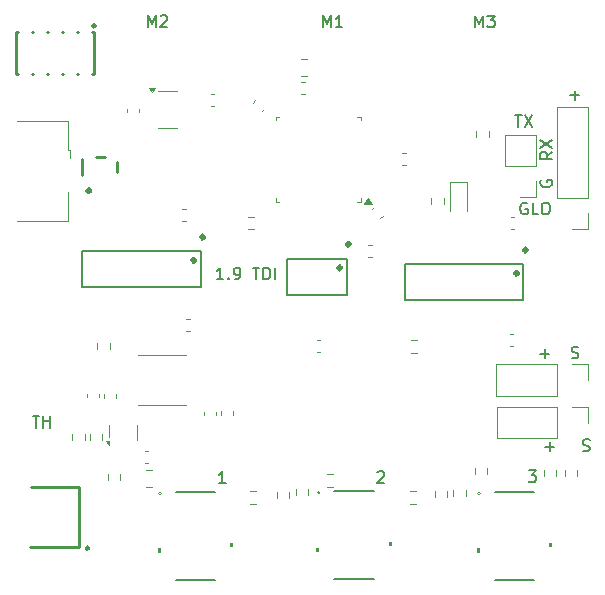
<source format=gbr>
%TF.GenerationSoftware,KiCad,Pcbnew,9.0.5-9.0.5~ubuntu24.04.1*%
%TF.CreationDate,2025-11-10T21:38:20+02:00*%
%TF.ProjectId,picr_1_9tdi,70696372-5f31-45f3-9974-64692e6b6963,1*%
%TF.SameCoordinates,Original*%
%TF.FileFunction,Legend,Top*%
%TF.FilePolarity,Positive*%
%FSLAX46Y46*%
G04 Gerber Fmt 4.6, Leading zero omitted, Abs format (unit mm)*
G04 Created by KiCad (PCBNEW 9.0.5-9.0.5~ubuntu24.04.1) date 2025-11-10 21:38:20*
%MOMM*%
%LPD*%
G01*
G04 APERTURE LIST*
%ADD10C,0.170000*%
%ADD11C,0.160000*%
%ADD12C,0.120000*%
%ADD13C,0.152500*%
%ADD14C,0.300000*%
%ADD15C,0.152400*%
%ADD16C,0.100000*%
%ADD17C,0.000000*%
%ADD18C,0.254000*%
G04 APERTURE END LIST*
D10*
X112899937Y-96487826D02*
X113661842Y-96487826D01*
X113280889Y-96868779D02*
X113280889Y-96106874D01*
X69907080Y-101718779D02*
X70478508Y-101718779D01*
X70192794Y-102718779D02*
X70192794Y-101718779D01*
X70811842Y-102718779D02*
X70811842Y-101718779D01*
X70811842Y-102194969D02*
X71383270Y-102194969D01*
X71383270Y-102718779D02*
X71383270Y-101718779D01*
X110757080Y-76268779D02*
X111328508Y-76268779D01*
X111042794Y-77268779D02*
X111042794Y-76268779D01*
X111566604Y-76268779D02*
X112233270Y-77268779D01*
X112233270Y-76268779D02*
X111566604Y-77268779D01*
X112941398Y-81801253D02*
X112893779Y-81896491D01*
X112893779Y-81896491D02*
X112893779Y-82039348D01*
X112893779Y-82039348D02*
X112941398Y-82182205D01*
X112941398Y-82182205D02*
X113036636Y-82277443D01*
X113036636Y-82277443D02*
X113131874Y-82325062D01*
X113131874Y-82325062D02*
X113322350Y-82372681D01*
X113322350Y-82372681D02*
X113465207Y-82372681D01*
X113465207Y-82372681D02*
X113655683Y-82325062D01*
X113655683Y-82325062D02*
X113750921Y-82277443D01*
X113750921Y-82277443D02*
X113846160Y-82182205D01*
X113846160Y-82182205D02*
X113893779Y-82039348D01*
X113893779Y-82039348D02*
X113893779Y-81944110D01*
X113893779Y-81944110D02*
X113846160Y-81801253D01*
X113846160Y-81801253D02*
X113798540Y-81753634D01*
X113798540Y-81753634D02*
X113465207Y-81753634D01*
X113465207Y-81753634D02*
X113465207Y-81944110D01*
D11*
X86067167Y-90169299D02*
X85495739Y-90169299D01*
X85781453Y-90169299D02*
X85781453Y-89169299D01*
X85781453Y-89169299D02*
X85686215Y-89312156D01*
X85686215Y-89312156D02*
X85590977Y-89407394D01*
X85590977Y-89407394D02*
X85495739Y-89455013D01*
X86495739Y-90074060D02*
X86543358Y-90121680D01*
X86543358Y-90121680D02*
X86495739Y-90169299D01*
X86495739Y-90169299D02*
X86448120Y-90121680D01*
X86448120Y-90121680D02*
X86495739Y-90074060D01*
X86495739Y-90074060D02*
X86495739Y-90169299D01*
X87019548Y-90169299D02*
X87210024Y-90169299D01*
X87210024Y-90169299D02*
X87305262Y-90121680D01*
X87305262Y-90121680D02*
X87352881Y-90074060D01*
X87352881Y-90074060D02*
X87448119Y-89931203D01*
X87448119Y-89931203D02*
X87495738Y-89740727D01*
X87495738Y-89740727D02*
X87495738Y-89359775D01*
X87495738Y-89359775D02*
X87448119Y-89264537D01*
X87448119Y-89264537D02*
X87400500Y-89216918D01*
X87400500Y-89216918D02*
X87305262Y-89169299D01*
X87305262Y-89169299D02*
X87114786Y-89169299D01*
X87114786Y-89169299D02*
X87019548Y-89216918D01*
X87019548Y-89216918D02*
X86971929Y-89264537D01*
X86971929Y-89264537D02*
X86924310Y-89359775D01*
X86924310Y-89359775D02*
X86924310Y-89597870D01*
X86924310Y-89597870D02*
X86971929Y-89693108D01*
X86971929Y-89693108D02*
X87019548Y-89740727D01*
X87019548Y-89740727D02*
X87114786Y-89788346D01*
X87114786Y-89788346D02*
X87305262Y-89788346D01*
X87305262Y-89788346D02*
X87400500Y-89740727D01*
X87400500Y-89740727D02*
X87448119Y-89693108D01*
X87448119Y-89693108D02*
X87495738Y-89597870D01*
X88543358Y-89169299D02*
X89114786Y-89169299D01*
X88829072Y-90169299D02*
X88829072Y-89169299D01*
X89448120Y-90169299D02*
X89448120Y-89169299D01*
X89448120Y-89169299D02*
X89686215Y-89169299D01*
X89686215Y-89169299D02*
X89829072Y-89216918D01*
X89829072Y-89216918D02*
X89924310Y-89312156D01*
X89924310Y-89312156D02*
X89971929Y-89407394D01*
X89971929Y-89407394D02*
X90019548Y-89597870D01*
X90019548Y-89597870D02*
X90019548Y-89740727D01*
X90019548Y-89740727D02*
X89971929Y-89931203D01*
X89971929Y-89931203D02*
X89924310Y-90026441D01*
X89924310Y-90026441D02*
X89829072Y-90121680D01*
X89829072Y-90121680D02*
X89686215Y-90169299D01*
X89686215Y-90169299D02*
X89448120Y-90169299D01*
X90448120Y-90169299D02*
X90448120Y-89169299D01*
D10*
X111904699Y-106343779D02*
X112523746Y-106343779D01*
X112523746Y-106343779D02*
X112190413Y-106724731D01*
X112190413Y-106724731D02*
X112333270Y-106724731D01*
X112333270Y-106724731D02*
X112428508Y-106772350D01*
X112428508Y-106772350D02*
X112476127Y-106819969D01*
X112476127Y-106819969D02*
X112523746Y-106915207D01*
X112523746Y-106915207D02*
X112523746Y-107153302D01*
X112523746Y-107153302D02*
X112476127Y-107248540D01*
X112476127Y-107248540D02*
X112428508Y-107296160D01*
X112428508Y-107296160D02*
X112333270Y-107343779D01*
X112333270Y-107343779D02*
X112047556Y-107343779D01*
X112047556Y-107343779D02*
X111952318Y-107296160D01*
X111952318Y-107296160D02*
X111904699Y-107248540D01*
X107374937Y-68833835D02*
X107374937Y-67833835D01*
X107374937Y-67833835D02*
X107708270Y-68548120D01*
X107708270Y-68548120D02*
X108041603Y-67833835D01*
X108041603Y-67833835D02*
X108041603Y-68833835D01*
X108422556Y-67833835D02*
X109041603Y-67833835D01*
X109041603Y-67833835D02*
X108708270Y-68214787D01*
X108708270Y-68214787D02*
X108851127Y-68214787D01*
X108851127Y-68214787D02*
X108946365Y-68262406D01*
X108946365Y-68262406D02*
X108993984Y-68310025D01*
X108993984Y-68310025D02*
X109041603Y-68405263D01*
X109041603Y-68405263D02*
X109041603Y-68643358D01*
X109041603Y-68643358D02*
X108993984Y-68738596D01*
X108993984Y-68738596D02*
X108946365Y-68786216D01*
X108946365Y-68786216D02*
X108851127Y-68833835D01*
X108851127Y-68833835D02*
X108565413Y-68833835D01*
X108565413Y-68833835D02*
X108470175Y-68786216D01*
X108470175Y-68786216D02*
X108422556Y-68738596D01*
X116492318Y-104681160D02*
X116635175Y-104728779D01*
X116635175Y-104728779D02*
X116873270Y-104728779D01*
X116873270Y-104728779D02*
X116968508Y-104681160D01*
X116968508Y-104681160D02*
X117016127Y-104633540D01*
X117016127Y-104633540D02*
X117063746Y-104538302D01*
X117063746Y-104538302D02*
X117063746Y-104443064D01*
X117063746Y-104443064D02*
X117016127Y-104347826D01*
X117016127Y-104347826D02*
X116968508Y-104300207D01*
X116968508Y-104300207D02*
X116873270Y-104252588D01*
X116873270Y-104252588D02*
X116682794Y-104204969D01*
X116682794Y-104204969D02*
X116587556Y-104157350D01*
X116587556Y-104157350D02*
X116539937Y-104109731D01*
X116539937Y-104109731D02*
X116492318Y-104014493D01*
X116492318Y-104014493D02*
X116492318Y-103919255D01*
X116492318Y-103919255D02*
X116539937Y-103824017D01*
X116539937Y-103824017D02*
X116587556Y-103776398D01*
X116587556Y-103776398D02*
X116682794Y-103728779D01*
X116682794Y-103728779D02*
X116920889Y-103728779D01*
X116920889Y-103728779D02*
X117063746Y-103776398D01*
X113324937Y-104362826D02*
X114086842Y-104362826D01*
X113705889Y-104743779D02*
X113705889Y-103981874D01*
X99107818Y-106514017D02*
X99155437Y-106466398D01*
X99155437Y-106466398D02*
X99250675Y-106418779D01*
X99250675Y-106418779D02*
X99488770Y-106418779D01*
X99488770Y-106418779D02*
X99584008Y-106466398D01*
X99584008Y-106466398D02*
X99631627Y-106514017D01*
X99631627Y-106514017D02*
X99679246Y-106609255D01*
X99679246Y-106609255D02*
X99679246Y-106704493D01*
X99679246Y-106704493D02*
X99631627Y-106847350D01*
X99631627Y-106847350D02*
X99060199Y-107418779D01*
X99060199Y-107418779D02*
X99679246Y-107418779D01*
X94474937Y-68818779D02*
X94474937Y-67818779D01*
X94474937Y-67818779D02*
X94808270Y-68533064D01*
X94808270Y-68533064D02*
X95141603Y-67818779D01*
X95141603Y-67818779D02*
X95141603Y-68818779D01*
X96141603Y-68818779D02*
X95570175Y-68818779D01*
X95855889Y-68818779D02*
X95855889Y-67818779D01*
X95855889Y-67818779D02*
X95760651Y-67961636D01*
X95760651Y-67961636D02*
X95665413Y-68056874D01*
X95665413Y-68056874D02*
X95570175Y-68104493D01*
X115449937Y-74587826D02*
X116211842Y-74587826D01*
X115830889Y-74968779D02*
X115830889Y-74206874D01*
X115552318Y-96821160D02*
X115695175Y-96868779D01*
X115695175Y-96868779D02*
X115933270Y-96868779D01*
X115933270Y-96868779D02*
X116028508Y-96821160D01*
X116028508Y-96821160D02*
X116076127Y-96773540D01*
X116076127Y-96773540D02*
X116123746Y-96678302D01*
X116123746Y-96678302D02*
X116123746Y-96583064D01*
X116123746Y-96583064D02*
X116076127Y-96487826D01*
X116076127Y-96487826D02*
X116028508Y-96440207D01*
X116028508Y-96440207D02*
X115933270Y-96392588D01*
X115933270Y-96392588D02*
X115742794Y-96344969D01*
X115742794Y-96344969D02*
X115647556Y-96297350D01*
X115647556Y-96297350D02*
X115599937Y-96249731D01*
X115599937Y-96249731D02*
X115552318Y-96154493D01*
X115552318Y-96154493D02*
X115552318Y-96059255D01*
X115552318Y-96059255D02*
X115599937Y-95964017D01*
X115599937Y-95964017D02*
X115647556Y-95916398D01*
X115647556Y-95916398D02*
X115742794Y-95868779D01*
X115742794Y-95868779D02*
X115980889Y-95868779D01*
X115980889Y-95868779D02*
X116123746Y-95916398D01*
X111773746Y-83716398D02*
X111678508Y-83668779D01*
X111678508Y-83668779D02*
X111535651Y-83668779D01*
X111535651Y-83668779D02*
X111392794Y-83716398D01*
X111392794Y-83716398D02*
X111297556Y-83811636D01*
X111297556Y-83811636D02*
X111249937Y-83906874D01*
X111249937Y-83906874D02*
X111202318Y-84097350D01*
X111202318Y-84097350D02*
X111202318Y-84240207D01*
X111202318Y-84240207D02*
X111249937Y-84430683D01*
X111249937Y-84430683D02*
X111297556Y-84525921D01*
X111297556Y-84525921D02*
X111392794Y-84621160D01*
X111392794Y-84621160D02*
X111535651Y-84668779D01*
X111535651Y-84668779D02*
X111630889Y-84668779D01*
X111630889Y-84668779D02*
X111773746Y-84621160D01*
X111773746Y-84621160D02*
X111821365Y-84573540D01*
X111821365Y-84573540D02*
X111821365Y-84240207D01*
X111821365Y-84240207D02*
X111630889Y-84240207D01*
X112726127Y-84668779D02*
X112249937Y-84668779D01*
X112249937Y-84668779D02*
X112249937Y-83668779D01*
X113249937Y-83668779D02*
X113440413Y-83668779D01*
X113440413Y-83668779D02*
X113535651Y-83716398D01*
X113535651Y-83716398D02*
X113630889Y-83811636D01*
X113630889Y-83811636D02*
X113678508Y-84002112D01*
X113678508Y-84002112D02*
X113678508Y-84335445D01*
X113678508Y-84335445D02*
X113630889Y-84525921D01*
X113630889Y-84525921D02*
X113535651Y-84621160D01*
X113535651Y-84621160D02*
X113440413Y-84668779D01*
X113440413Y-84668779D02*
X113249937Y-84668779D01*
X113249937Y-84668779D02*
X113154699Y-84621160D01*
X113154699Y-84621160D02*
X113059461Y-84525921D01*
X113059461Y-84525921D02*
X113011842Y-84335445D01*
X113011842Y-84335445D02*
X113011842Y-84002112D01*
X113011842Y-84002112D02*
X113059461Y-83811636D01*
X113059461Y-83811636D02*
X113154699Y-83716398D01*
X113154699Y-83716398D02*
X113249937Y-83668779D01*
X113898779Y-79368634D02*
X113422588Y-79701967D01*
X113898779Y-79940062D02*
X112898779Y-79940062D01*
X112898779Y-79940062D02*
X112898779Y-79559110D01*
X112898779Y-79559110D02*
X112946398Y-79463872D01*
X112946398Y-79463872D02*
X112994017Y-79416253D01*
X112994017Y-79416253D02*
X113089255Y-79368634D01*
X113089255Y-79368634D02*
X113232112Y-79368634D01*
X113232112Y-79368634D02*
X113327350Y-79416253D01*
X113327350Y-79416253D02*
X113374969Y-79463872D01*
X113374969Y-79463872D02*
X113422588Y-79559110D01*
X113422588Y-79559110D02*
X113422588Y-79940062D01*
X112898779Y-79035300D02*
X113898779Y-78368634D01*
X112898779Y-78368634D02*
X113898779Y-79035300D01*
X86250146Y-107418779D02*
X85678718Y-107418779D01*
X85964432Y-107418779D02*
X85964432Y-106418779D01*
X85964432Y-106418779D02*
X85869194Y-106561636D01*
X85869194Y-106561636D02*
X85773956Y-106656874D01*
X85773956Y-106656874D02*
X85678718Y-106704493D01*
X79649937Y-68818779D02*
X79649937Y-67818779D01*
X79649937Y-67818779D02*
X79983270Y-68533064D01*
X79983270Y-68533064D02*
X80316603Y-67818779D01*
X80316603Y-67818779D02*
X80316603Y-68818779D01*
X80745175Y-67914017D02*
X80792794Y-67866398D01*
X80792794Y-67866398D02*
X80888032Y-67818779D01*
X80888032Y-67818779D02*
X81126127Y-67818779D01*
X81126127Y-67818779D02*
X81221365Y-67866398D01*
X81221365Y-67866398D02*
X81268984Y-67914017D01*
X81268984Y-67914017D02*
X81316603Y-68009255D01*
X81316603Y-68009255D02*
X81316603Y-68104493D01*
X81316603Y-68104493D02*
X81268984Y-68247350D01*
X81268984Y-68247350D02*
X80697556Y-68818779D01*
X80697556Y-68818779D02*
X81316603Y-68818779D01*
D12*
%TO.C,R1*%
X88842224Y-108127500D02*
X88332776Y-108127500D01*
X88842224Y-109172500D02*
X88332776Y-109172500D01*
D13*
%TO.C,U13*%
X101419000Y-88914000D02*
X111471000Y-88914000D01*
X101419000Y-91957000D02*
X101419000Y-88914000D01*
X111471000Y-88914000D02*
X111471000Y-91957000D01*
X111471000Y-91957000D02*
X101419000Y-91957000D01*
D14*
X111040000Y-89666500D02*
G75*
G02*
X110740000Y-89666500I-150000J0D01*
G01*
X110740000Y-89666500D02*
G75*
G02*
X111040000Y-89666500I150000J0D01*
G01*
X111793000Y-87700000D02*
G75*
G02*
X111493000Y-87700000I-150000J0D01*
G01*
X111493000Y-87700000D02*
G75*
G02*
X111793000Y-87700000I150000J0D01*
G01*
D12*
%TO.C,R14*%
X113177500Y-106282776D02*
X113177500Y-106792224D01*
X114222500Y-106282776D02*
X114222500Y-106792224D01*
%TO.C,C22*%
X98832922Y-84045829D02*
X98626069Y-84252682D01*
X99554171Y-84767078D02*
X99347318Y-84973931D01*
D15*
%TO.C,U1*%
X82023600Y-115621100D02*
X85376400Y-115621100D01*
X85376400Y-108178900D02*
X82023600Y-108178900D01*
D16*
X80800000Y-108300000D02*
G75*
G02*
X80600000Y-108300000I-100000J0D01*
G01*
X80600000Y-108300000D02*
G75*
G02*
X80800000Y-108300000I100000J0D01*
G01*
D17*
G36*
X80766300Y-113340815D02*
G01*
X80512300Y-113340815D01*
X80512300Y-112959815D01*
X80766300Y-112959815D01*
X80766300Y-113340815D01*
G37*
G36*
X86887700Y-112840689D02*
G01*
X86633700Y-112840689D01*
X86633700Y-112459689D01*
X86887700Y-112459689D01*
X86887700Y-112840689D01*
G37*
D12*
%TO.C,C35*%
X110608767Y-94790000D02*
X110316233Y-94790000D01*
X110608767Y-95810000D02*
X110316233Y-95810000D01*
%TO.C,R19*%
X75377500Y-96042224D02*
X75377500Y-95532776D01*
X76422500Y-96042224D02*
X76422500Y-95532776D01*
%TO.C,R9*%
X102367224Y-108127500D02*
X101857776Y-108127500D01*
X102367224Y-109172500D02*
X101857776Y-109172500D01*
D18*
%TO.C,Q1*%
X69795000Y-107738000D02*
X73825000Y-107738000D01*
X73825000Y-107738000D02*
X73825000Y-112798000D01*
X73825000Y-112798000D02*
X69705000Y-112798000D01*
X74686000Y-112935000D02*
G75*
G02*
X74432000Y-112935000I-127000J0D01*
G01*
X74432000Y-112935000D02*
G75*
G02*
X74686000Y-112935000I127000J0D01*
G01*
D12*
%TO.C,U3*%
X76390000Y-102490000D02*
X76390000Y-103540000D01*
X78710000Y-102490000D02*
X78710000Y-103790000D01*
X76390000Y-104180000D02*
X76110000Y-103900000D01*
X76390000Y-103900000D01*
X76390000Y-104180000D01*
G36*
X76390000Y-104180000D02*
G01*
X76110000Y-103900000D01*
X76390000Y-103900000D01*
X76390000Y-104180000D01*
G37*
%TO.C,C36*%
X98316233Y-87290000D02*
X98608767Y-87290000D01*
X98316233Y-88310000D02*
X98608767Y-88310000D01*
%TO.C,R10*%
X94845276Y-106677500D02*
X95354724Y-106677500D01*
X94845276Y-107722500D02*
X95354724Y-107722500D01*
%TO.C,C33*%
X82883767Y-84190000D02*
X82591233Y-84190000D01*
X82883767Y-85210000D02*
X82591233Y-85210000D01*
D15*
%TO.C,U6*%
X109023600Y-115621100D02*
X112376400Y-115621100D01*
X112376400Y-108178900D02*
X109023600Y-108178900D01*
D16*
X107800000Y-108300000D02*
G75*
G02*
X107600000Y-108300000I-100000J0D01*
G01*
X107600000Y-108300000D02*
G75*
G02*
X107800000Y-108300000I100000J0D01*
G01*
D17*
G36*
X107766300Y-113340815D02*
G01*
X107512300Y-113340815D01*
X107512300Y-112959815D01*
X107766300Y-112959815D01*
X107766300Y-113340815D01*
G37*
G36*
X113887700Y-112840689D02*
G01*
X113633700Y-112840689D01*
X113633700Y-112459689D01*
X113887700Y-112459689D01*
X113887700Y-112840689D01*
G37*
D12*
%TO.C,C16*%
X77890000Y-75741233D02*
X77890000Y-76033767D01*
X78910000Y-75741233D02*
X78910000Y-76033767D01*
%TO.C,L1*%
X82900000Y-96600000D02*
X78800000Y-96600000D01*
X82900000Y-100800000D02*
X78800000Y-100800000D01*
%TO.C,C24*%
X88570829Y-75207922D02*
X88777682Y-75001069D01*
X89292078Y-75929171D02*
X89498931Y-75722318D01*
%TO.C,R16*%
X107377500Y-106692224D02*
X107377500Y-106182776D01*
X108422500Y-106692224D02*
X108422500Y-106182776D01*
%TO.C,R15*%
X88132776Y-84902500D02*
X88642224Y-84902500D01*
X88132776Y-85947500D02*
X88642224Y-85947500D01*
%TO.C,C37*%
X94278766Y-95340000D02*
X93986232Y-95340000D01*
X94278766Y-96360000D02*
X93986232Y-96360000D01*
%TO.C,R4*%
X76277500Y-106632776D02*
X76277500Y-107142224D01*
X77322500Y-106632776D02*
X77322500Y-107142224D01*
%TO.C,R11*%
X92177500Y-108442224D02*
X92177500Y-107932776D01*
X93222500Y-108442224D02*
X93222500Y-107932776D01*
D15*
%TO.C,U4*%
X95452700Y-115570281D02*
X98805500Y-115570281D01*
X98805500Y-108128081D02*
X95452700Y-108128081D01*
D16*
X94229100Y-108249181D02*
G75*
G02*
X94029100Y-108249181I-100000J0D01*
G01*
X94029100Y-108249181D02*
G75*
G02*
X94229100Y-108249181I100000J0D01*
G01*
D17*
G36*
X94195400Y-113289996D02*
G01*
X93941400Y-113289996D01*
X93941400Y-112908996D01*
X94195400Y-112908996D01*
X94195400Y-113289996D01*
G37*
G36*
X100316800Y-112789870D02*
G01*
X100062800Y-112789870D01*
X100062800Y-112408870D01*
X100316800Y-112408870D01*
X100316800Y-112789870D01*
G37*
D12*
%TO.C,J4*%
X109190000Y-100970000D02*
X109190000Y-103630000D01*
X114330000Y-100970000D02*
X109190000Y-100970000D01*
X114330000Y-100970000D02*
X114330000Y-103630000D01*
X114330000Y-103630000D02*
X109190000Y-103630000D01*
X115600000Y-100970000D02*
X116930000Y-100970000D01*
X116930000Y-100970000D02*
X116930000Y-102300000D01*
%TO.C,R8*%
X73277500Y-103245276D02*
X73277500Y-103754724D01*
X74322500Y-103245276D02*
X74322500Y-103754724D01*
%TO.C,C21*%
X92626247Y-71490000D02*
X93148753Y-71490000D01*
X92626247Y-72960000D02*
X93148753Y-72960000D01*
%TO.C,U7*%
X90490000Y-76390000D02*
X90490000Y-76690000D01*
X90490000Y-83610000D02*
X90490000Y-83310000D01*
X90790000Y-76390000D02*
X90490000Y-76390000D01*
X90790000Y-83610000D02*
X90490000Y-83610000D01*
X97410000Y-76390000D02*
X97710000Y-76390000D01*
X97410000Y-83610000D02*
X97710000Y-83610000D01*
X97710000Y-76390000D02*
X97710000Y-76690000D01*
X97710000Y-83610000D02*
X97710000Y-83310000D01*
X98652500Y-83780000D02*
X97972500Y-83780000D01*
X98312500Y-83310000D01*
X98652500Y-83780000D01*
G36*
X98652500Y-83780000D02*
G01*
X97972500Y-83780000D01*
X98312500Y-83310000D01*
X98652500Y-83780000D01*
G37*
%TO.C,J1*%
X72910000Y-76740000D02*
X68550000Y-76740000D01*
X72910000Y-76740000D02*
X72910000Y-79240000D01*
X72910000Y-79240000D02*
X73110000Y-79240000D01*
X72910000Y-82760000D02*
X72910000Y-85260000D01*
X72910000Y-85260000D02*
X68550000Y-85260000D01*
X73110000Y-79900000D02*
X73110000Y-79240000D01*
%TO.C,C34*%
X83208767Y-93490000D02*
X82916233Y-93490000D01*
X83208767Y-94510000D02*
X82916233Y-94510000D01*
D18*
%TO.C,U8*%
X68498000Y-69222000D02*
X68649000Y-69222000D01*
X68498000Y-72778000D02*
X68498000Y-69222000D01*
X68649000Y-72778000D02*
X68498000Y-72778000D01*
X69871000Y-69222000D02*
X69919000Y-69222000D01*
X69919000Y-72778000D02*
X69871000Y-72778000D01*
X71141000Y-69222000D02*
X71189000Y-69222000D01*
X71189000Y-72778000D02*
X71141000Y-72778000D01*
X72411000Y-69222000D02*
X72459000Y-69222000D01*
X72459000Y-72778000D02*
X72411000Y-72778000D01*
X73681000Y-69222000D02*
X73729000Y-69222000D01*
X73729000Y-72778000D02*
X73681000Y-72778000D01*
X74951000Y-69222000D02*
X75102000Y-69222000D01*
X75102000Y-69222000D02*
X75102000Y-72778000D01*
X75102000Y-72778000D02*
X74951000Y-72778000D01*
X75229000Y-68714000D02*
G75*
G02*
X74975000Y-68714000I-127000J0D01*
G01*
X74975000Y-68714000D02*
G75*
G02*
X75229000Y-68714000I127000J0D01*
G01*
D12*
%TO.C,U5*%
X81337500Y-74240000D02*
X80537500Y-74240000D01*
X81337500Y-74240000D02*
X82137500Y-74240000D01*
X81337500Y-77360000D02*
X80537500Y-77360000D01*
X81337500Y-77360000D02*
X82137500Y-77360000D01*
X80037500Y-74290000D02*
X79797500Y-73960000D01*
X80277500Y-73960000D01*
X80037500Y-74290000D01*
G36*
X80037500Y-74290000D02*
G01*
X79797500Y-73960000D01*
X80277500Y-73960000D01*
X80037500Y-74290000D01*
G37*
%TO.C,C25*%
X101216233Y-79490000D02*
X101508767Y-79490000D01*
X101216233Y-80510000D02*
X101508767Y-80510000D01*
%TO.C,R12*%
X103677500Y-83282776D02*
X103677500Y-83792224D01*
X104722500Y-83282776D02*
X104722500Y-83792224D01*
%TO.C,R5*%
X90577500Y-108692224D02*
X90577500Y-108182776D01*
X91622500Y-108692224D02*
X91622500Y-108182776D01*
%TO.C,J3*%
X114270000Y-83270000D02*
X114270000Y-75590000D01*
X116930000Y-75590000D02*
X114270000Y-75590000D01*
X116930000Y-83270000D02*
X114270000Y-83270000D01*
X116930000Y-83270000D02*
X116930000Y-75590000D01*
X116930000Y-84540000D02*
X116930000Y-85870000D01*
X116930000Y-85870000D02*
X115600000Y-85870000D01*
D13*
%TO.C,U14*%
X91469000Y-88451000D02*
X96521000Y-88451000D01*
X91469000Y-91494000D02*
X91469000Y-88451000D01*
X96521000Y-88451000D02*
X96521000Y-91494000D01*
X96521000Y-91494000D02*
X91469000Y-91494000D01*
D14*
X96050000Y-89203500D02*
G75*
G02*
X95750000Y-89203500I-150000J0D01*
G01*
X95750000Y-89203500D02*
G75*
G02*
X96050000Y-89203500I150000J0D01*
G01*
X96796500Y-87200000D02*
G75*
G02*
X96496500Y-87200000I-150000J0D01*
G01*
X96496500Y-87200000D02*
G75*
G02*
X96796500Y-87200000I150000J0D01*
G01*
D13*
%TO.C,U12*%
X74079000Y-87814000D02*
X84131000Y-87814000D01*
X74079000Y-90857000D02*
X74079000Y-87814000D01*
X84131000Y-87814000D02*
X84131000Y-90857000D01*
X84131000Y-90857000D02*
X74079000Y-90857000D01*
D14*
X83700000Y-88566500D02*
G75*
G02*
X83400000Y-88566500I-150000J0D01*
G01*
X83400000Y-88566500D02*
G75*
G02*
X83700000Y-88566500I150000J0D01*
G01*
X84453000Y-86600000D02*
G75*
G02*
X84153000Y-86600000I-150000J0D01*
G01*
X84153000Y-86600000D02*
G75*
G02*
X84453000Y-86600000I150000J0D01*
G01*
D12*
%TO.C,C12*%
X85890000Y-101341233D02*
X85890000Y-101633767D01*
X86910000Y-101341233D02*
X86910000Y-101633767D01*
%TO.C,R18*%
X114977500Y-106792224D02*
X114977500Y-106282776D01*
X116022500Y-106792224D02*
X116022500Y-106282776D01*
%TO.C,C5*%
X79476248Y-106315000D02*
X79998752Y-106315000D01*
X79476248Y-107785000D02*
X79998752Y-107785000D01*
%TO.C,C6*%
X79391233Y-104740000D02*
X79683767Y-104740000D01*
X79391233Y-105760000D02*
X79683767Y-105760000D01*
%TO.C,C10*%
X75990000Y-100208767D02*
X75990000Y-99916233D01*
X77010000Y-100208767D02*
X77010000Y-99916233D01*
%TO.C,J6*%
X109170000Y-97370000D02*
X109170000Y-100030000D01*
X114310000Y-97370000D02*
X109170000Y-97370000D01*
X114310000Y-97370000D02*
X114310000Y-100030000D01*
X114310000Y-100030000D02*
X109170000Y-100030000D01*
X115580000Y-97370000D02*
X116910000Y-97370000D01*
X116910000Y-97370000D02*
X116910000Y-98700000D01*
%TO.C,J5*%
X109870000Y-80580000D02*
X109870000Y-77980000D01*
X112530000Y-77980000D02*
X109870000Y-77980000D01*
X112530000Y-80580000D02*
X109870000Y-80580000D01*
X112530000Y-80580000D02*
X112530000Y-77980000D01*
X112530000Y-81850000D02*
X112530000Y-83180000D01*
X112530000Y-83180000D02*
X111200000Y-83180000D01*
%TO.C,R13*%
X103977500Y-108592224D02*
X103977500Y-108082776D01*
X105022500Y-108592224D02*
X105022500Y-108082776D01*
%TO.C,C32*%
X110708767Y-84890000D02*
X110416233Y-84890000D01*
X110708767Y-85910000D02*
X110416233Y-85910000D01*
%TO.C,R20*%
X101907776Y-95327500D02*
X102417224Y-95327500D01*
X101907776Y-96372500D02*
X102417224Y-96372500D01*
%TO.C,C27*%
X92641232Y-73465000D02*
X92933766Y-73465000D01*
X92641232Y-74485000D02*
X92933766Y-74485000D01*
%TO.C,R7*%
X74777500Y-103754724D02*
X74777500Y-103245276D01*
X75822500Y-103754724D02*
X75822500Y-103245276D01*
%TO.C,R17*%
X105527500Y-108542224D02*
X105527500Y-108032776D01*
X106572500Y-108542224D02*
X106572500Y-108032776D01*
%TO.C,C8*%
X74490000Y-100133767D02*
X74490000Y-99841233D01*
X75510000Y-100133767D02*
X75510000Y-99841233D01*
%TO.C,D1*%
X105240000Y-81890000D02*
X105240000Y-84350000D01*
X106710000Y-81890000D02*
X105240000Y-81890000D01*
X106710000Y-84350000D02*
X106710000Y-81890000D01*
%TO.C,C18*%
X85016233Y-74490000D02*
X85308767Y-74490000D01*
X85016233Y-75510000D02*
X85308767Y-75510000D01*
%TO.C,C11*%
X84390000Y-101366233D02*
X84390000Y-101658767D01*
X85410000Y-101366233D02*
X85410000Y-101658767D01*
D18*
%TO.C,U2*%
X74101000Y-79976500D02*
X74101000Y-81373500D01*
X75244000Y-79786000D02*
X76006000Y-79786000D01*
X77022000Y-80252500D02*
X77022000Y-81097500D01*
D14*
X74815000Y-82685000D02*
G75*
G02*
X74515000Y-82685000I-150000J0D01*
G01*
X74515000Y-82685000D02*
G75*
G02*
X74815000Y-82685000I150000J0D01*
G01*
D12*
%TO.C,R6*%
X107477500Y-77607776D02*
X107477500Y-78117224D01*
X108522500Y-77607776D02*
X108522500Y-78117224D01*
%TD*%
M02*

</source>
